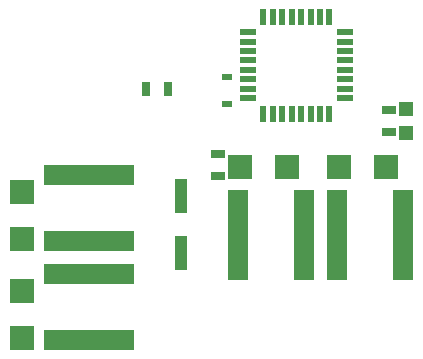
<source format=gtp>
G75*
%MOIN*%
%OFA0B0*%
%FSLAX25Y25*%
%IPPOS*%
%LPD*%
%AMOC8*
5,1,8,0,0,1.08239X$1,22.5*
%
%ADD10R,0.07874X0.07874*%
%ADD11R,0.02000X0.05800*%
%ADD12R,0.05800X0.02000*%
%ADD13R,0.30000X0.07100*%
%ADD14R,0.07100X0.30000*%
%ADD15R,0.03150X0.04724*%
%ADD16R,0.04724X0.03150*%
%ADD17R,0.03937X0.11614*%
%ADD18R,0.04724X0.04724*%
%ADD19R,0.03268X0.02480*%
D10*
X0027000Y0018126D03*
X0027000Y0033874D03*
X0027000Y0051126D03*
X0027000Y0066874D03*
X0099626Y0075000D03*
X0115374Y0075000D03*
X0132626Y0075000D03*
X0148374Y0075000D03*
D11*
X0129500Y0092800D03*
X0126400Y0092800D03*
X0123200Y0092800D03*
X0120100Y0092800D03*
X0116900Y0092800D03*
X0113800Y0092800D03*
X0110600Y0092800D03*
X0107500Y0092800D03*
X0107500Y0125200D03*
X0110600Y0125200D03*
X0113800Y0125200D03*
X0116900Y0125200D03*
X0120100Y0125200D03*
X0123200Y0125200D03*
X0126400Y0125200D03*
X0129500Y0125200D03*
D12*
X0134700Y0120000D03*
X0134700Y0116900D03*
X0134700Y0113700D03*
X0134700Y0110600D03*
X0134700Y0107400D03*
X0134700Y0104300D03*
X0134700Y0101100D03*
X0134700Y0098000D03*
X0102300Y0098000D03*
X0102300Y0101100D03*
X0102300Y0104300D03*
X0102300Y0107400D03*
X0102300Y0110600D03*
X0102300Y0113700D03*
X0102300Y0116900D03*
X0102300Y0120000D03*
D13*
X0049500Y0072500D03*
X0049500Y0050500D03*
X0049500Y0039500D03*
X0049500Y0017500D03*
D14*
X0099000Y0052500D03*
X0121000Y0052500D03*
X0132000Y0052500D03*
X0154000Y0052500D03*
D15*
X0075543Y0101000D03*
X0068457Y0101000D03*
D16*
X0092400Y0079343D03*
X0092400Y0072257D03*
X0149500Y0086857D03*
X0149500Y0093943D03*
D17*
X0080000Y0065449D03*
X0080000Y0046551D03*
D18*
X0155100Y0086266D03*
X0155100Y0094534D03*
D19*
X0095500Y0095972D03*
X0095500Y0105028D03*
M02*

</source>
